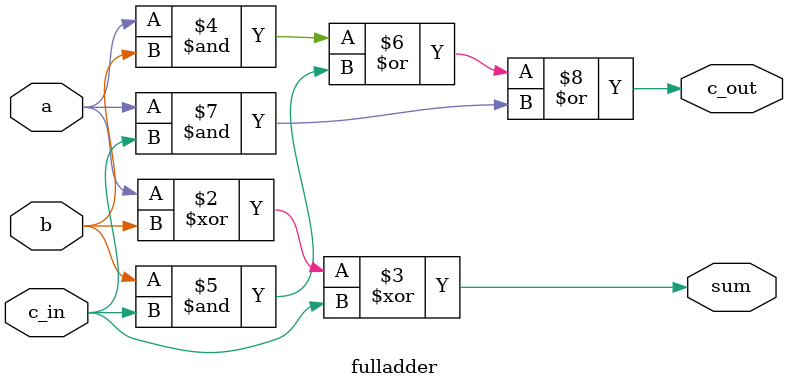
<source format=v>
module fulladder (
  input wire a,
  input wire  b,
  input  wire c_in,
  output reg sum,
  output reg c_out
);
always@(*) begin
 sum = a ^ b ^ c_in;
 c_out = (a & b) | (b & c_in) | (a & c_in);
 end
endmodule

</source>
